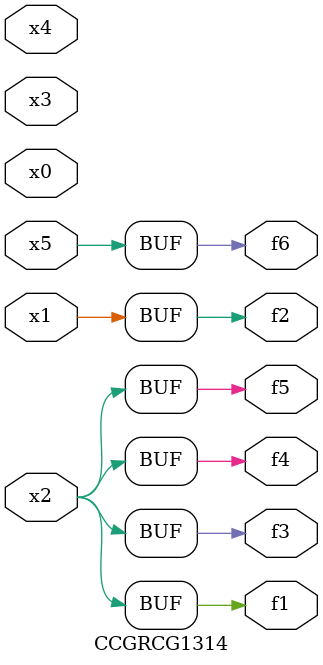
<source format=v>
module CCGRCG1314(
	input x0, x1, x2, x3, x4, x5,
	output f1, f2, f3, f4, f5, f6
);
	assign f1 = x2;
	assign f2 = x1;
	assign f3 = x2;
	assign f4 = x2;
	assign f5 = x2;
	assign f6 = x5;
endmodule

</source>
